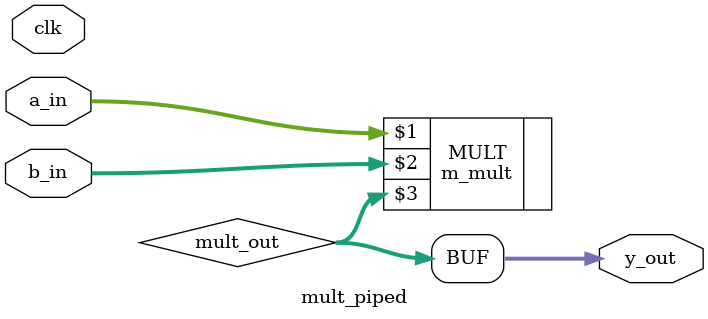
<source format=v>

module mult_piped (
        clk,
        a_in,
        b_in,
        y_out
    );

    parameter N = 16;
    parameter NUM_PIPE_REGS = 2;

    input clk;     
    input [N-1:0] a_in, b_in;
    output [N-1:0] y_out;
    
    wire [N-1:0] mult_out;

    // Removing pipelineing here and pushing it up to the n1_unit level. Fixing synthesis propblem.
    // Double check this is working.
    assign y_out = mult_out;

    m_mult MULT (
        a_in,
        b_in,
        mult_out
    );


    /*
    reg [N-1 : 0] y_reg [NUM_PIPE_REGS-1 : 0];

    // Registers after
    assign y_out = y_reg[1];

    m_mult MULT (
        a_in,
        b_in,
        mult_out
    );

    // pipeline_stages
    always @ (posedge clk) begin
        y_reg[0] <= mult_out;
        y_reg[1] <= y_reg[0];
    end
    */


endmodule

















    /*
    //reg [N-1 : 0] a_reg [NUM_PIPE_REGS-1 : 0];
    //reg [N-1 : 0] b_reg [NUM_PIPE_REGS-1 : 0]; 
    m_mult MULT (
        a_reg[1],
        b_reg[1],
        mult_out
    );

    // pipeline_stages
    always @ (posedge clk) begin
        a_reg[1] <= a_reg[0];
        b_reg[1] <= b_reg[0];

        // multiply result (a_in*b_in) appears after +clk
        a_reg[0] <= a_in;
        b_reg[0] <= b_in;
    end
    */

</source>
